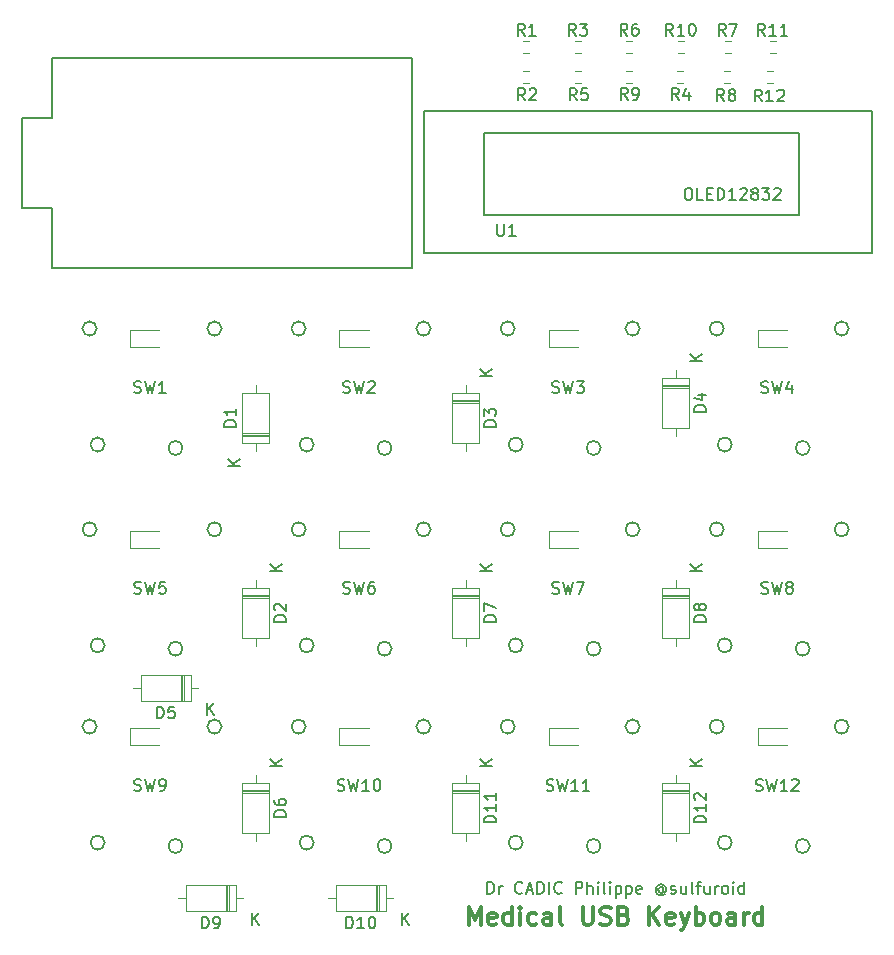
<source format=gbr>
%TF.GenerationSoftware,KiCad,Pcbnew,(5.1.10)-1*%
%TF.CreationDate,2021-07-14T17:28:46+02:00*%
%TF.ProjectId,kailh-keys,6b61696c-682d-46b6-9579-732e6b696361,rev?*%
%TF.SameCoordinates,Original*%
%TF.FileFunction,Legend,Top*%
%TF.FilePolarity,Positive*%
%FSLAX46Y46*%
G04 Gerber Fmt 4.6, Leading zero omitted, Abs format (unit mm)*
G04 Created by KiCad (PCBNEW (5.1.10)-1) date 2021-07-14 17:28:46*
%MOMM*%
%LPD*%
G01*
G04 APERTURE LIST*
%ADD10C,0.300000*%
%ADD11C,0.150000*%
%ADD12C,0.200000*%
%ADD13C,0.120000*%
G04 APERTURE END LIST*
D10*
X202836428Y-113378371D02*
X202836428Y-111878371D01*
X203336428Y-112949800D01*
X203836428Y-111878371D01*
X203836428Y-113378371D01*
X205122142Y-113306942D02*
X204979285Y-113378371D01*
X204693571Y-113378371D01*
X204550714Y-113306942D01*
X204479285Y-113164085D01*
X204479285Y-112592657D01*
X204550714Y-112449800D01*
X204693571Y-112378371D01*
X204979285Y-112378371D01*
X205122142Y-112449800D01*
X205193571Y-112592657D01*
X205193571Y-112735514D01*
X204479285Y-112878371D01*
X206479285Y-113378371D02*
X206479285Y-111878371D01*
X206479285Y-113306942D02*
X206336428Y-113378371D01*
X206050714Y-113378371D01*
X205907857Y-113306942D01*
X205836428Y-113235514D01*
X205765000Y-113092657D01*
X205765000Y-112664085D01*
X205836428Y-112521228D01*
X205907857Y-112449800D01*
X206050714Y-112378371D01*
X206336428Y-112378371D01*
X206479285Y-112449800D01*
X207193571Y-113378371D02*
X207193571Y-112378371D01*
X207193571Y-111878371D02*
X207122142Y-111949800D01*
X207193571Y-112021228D01*
X207265000Y-111949800D01*
X207193571Y-111878371D01*
X207193571Y-112021228D01*
X208550714Y-113306942D02*
X208407857Y-113378371D01*
X208122142Y-113378371D01*
X207979285Y-113306942D01*
X207907857Y-113235514D01*
X207836428Y-113092657D01*
X207836428Y-112664085D01*
X207907857Y-112521228D01*
X207979285Y-112449800D01*
X208122142Y-112378371D01*
X208407857Y-112378371D01*
X208550714Y-112449800D01*
X209836428Y-113378371D02*
X209836428Y-112592657D01*
X209765000Y-112449800D01*
X209622142Y-112378371D01*
X209336428Y-112378371D01*
X209193571Y-112449800D01*
X209836428Y-113306942D02*
X209693571Y-113378371D01*
X209336428Y-113378371D01*
X209193571Y-113306942D01*
X209122142Y-113164085D01*
X209122142Y-113021228D01*
X209193571Y-112878371D01*
X209336428Y-112806942D01*
X209693571Y-112806942D01*
X209836428Y-112735514D01*
X210765000Y-113378371D02*
X210622142Y-113306942D01*
X210550714Y-113164085D01*
X210550714Y-111878371D01*
X212479285Y-111878371D02*
X212479285Y-113092657D01*
X212550714Y-113235514D01*
X212622142Y-113306942D01*
X212765000Y-113378371D01*
X213050714Y-113378371D01*
X213193571Y-113306942D01*
X213265000Y-113235514D01*
X213336428Y-113092657D01*
X213336428Y-111878371D01*
X213979285Y-113306942D02*
X214193571Y-113378371D01*
X214550714Y-113378371D01*
X214693571Y-113306942D01*
X214765000Y-113235514D01*
X214836428Y-113092657D01*
X214836428Y-112949800D01*
X214765000Y-112806942D01*
X214693571Y-112735514D01*
X214550714Y-112664085D01*
X214265000Y-112592657D01*
X214122142Y-112521228D01*
X214050714Y-112449800D01*
X213979285Y-112306942D01*
X213979285Y-112164085D01*
X214050714Y-112021228D01*
X214122142Y-111949800D01*
X214265000Y-111878371D01*
X214622142Y-111878371D01*
X214836428Y-111949800D01*
X215979285Y-112592657D02*
X216193571Y-112664085D01*
X216265000Y-112735514D01*
X216336428Y-112878371D01*
X216336428Y-113092657D01*
X216265000Y-113235514D01*
X216193571Y-113306942D01*
X216050714Y-113378371D01*
X215479285Y-113378371D01*
X215479285Y-111878371D01*
X215979285Y-111878371D01*
X216122142Y-111949800D01*
X216193571Y-112021228D01*
X216265000Y-112164085D01*
X216265000Y-112306942D01*
X216193571Y-112449800D01*
X216122142Y-112521228D01*
X215979285Y-112592657D01*
X215479285Y-112592657D01*
X218122142Y-113378371D02*
X218122142Y-111878371D01*
X218979285Y-113378371D02*
X218336428Y-112521228D01*
X218979285Y-111878371D02*
X218122142Y-112735514D01*
X220193571Y-113306942D02*
X220050714Y-113378371D01*
X219765000Y-113378371D01*
X219622142Y-113306942D01*
X219550714Y-113164085D01*
X219550714Y-112592657D01*
X219622142Y-112449800D01*
X219765000Y-112378371D01*
X220050714Y-112378371D01*
X220193571Y-112449800D01*
X220265000Y-112592657D01*
X220265000Y-112735514D01*
X219550714Y-112878371D01*
X220765000Y-112378371D02*
X221122142Y-113378371D01*
X221479285Y-112378371D02*
X221122142Y-113378371D01*
X220979285Y-113735514D01*
X220907857Y-113806942D01*
X220765000Y-113878371D01*
X222050714Y-113378371D02*
X222050714Y-111878371D01*
X222050714Y-112449800D02*
X222193571Y-112378371D01*
X222479285Y-112378371D01*
X222622142Y-112449800D01*
X222693571Y-112521228D01*
X222765000Y-112664085D01*
X222765000Y-113092657D01*
X222693571Y-113235514D01*
X222622142Y-113306942D01*
X222479285Y-113378371D01*
X222193571Y-113378371D01*
X222050714Y-113306942D01*
X223622142Y-113378371D02*
X223479285Y-113306942D01*
X223407857Y-113235514D01*
X223336428Y-113092657D01*
X223336428Y-112664085D01*
X223407857Y-112521228D01*
X223479285Y-112449800D01*
X223622142Y-112378371D01*
X223836428Y-112378371D01*
X223979285Y-112449800D01*
X224050714Y-112521228D01*
X224122142Y-112664085D01*
X224122142Y-113092657D01*
X224050714Y-113235514D01*
X223979285Y-113306942D01*
X223836428Y-113378371D01*
X223622142Y-113378371D01*
X225407857Y-113378371D02*
X225407857Y-112592657D01*
X225336428Y-112449800D01*
X225193571Y-112378371D01*
X224907857Y-112378371D01*
X224765000Y-112449800D01*
X225407857Y-113306942D02*
X225265000Y-113378371D01*
X224907857Y-113378371D01*
X224765000Y-113306942D01*
X224693571Y-113164085D01*
X224693571Y-113021228D01*
X224765000Y-112878371D01*
X224907857Y-112806942D01*
X225265000Y-112806942D01*
X225407857Y-112735514D01*
X226122142Y-113378371D02*
X226122142Y-112378371D01*
X226122142Y-112664085D02*
X226193571Y-112521228D01*
X226265000Y-112449800D01*
X226407857Y-112378371D01*
X226550714Y-112378371D01*
X227693571Y-113378371D02*
X227693571Y-111878371D01*
X227693571Y-113306942D02*
X227550714Y-113378371D01*
X227265000Y-113378371D01*
X227122142Y-113306942D01*
X227050714Y-113235514D01*
X226979285Y-113092657D01*
X226979285Y-112664085D01*
X227050714Y-112521228D01*
X227122142Y-112449800D01*
X227265000Y-112378371D01*
X227550714Y-112378371D01*
X227693571Y-112449800D01*
D11*
X204407857Y-110764580D02*
X204407857Y-109764580D01*
X204645952Y-109764580D01*
X204788809Y-109812200D01*
X204884047Y-109907438D01*
X204931666Y-110002676D01*
X204979285Y-110193152D01*
X204979285Y-110336009D01*
X204931666Y-110526485D01*
X204884047Y-110621723D01*
X204788809Y-110716961D01*
X204645952Y-110764580D01*
X204407857Y-110764580D01*
X205407857Y-110764580D02*
X205407857Y-110097914D01*
X205407857Y-110288390D02*
X205455476Y-110193152D01*
X205503095Y-110145533D01*
X205598333Y-110097914D01*
X205693571Y-110097914D01*
X207360238Y-110669342D02*
X207312619Y-110716961D01*
X207169761Y-110764580D01*
X207074523Y-110764580D01*
X206931666Y-110716961D01*
X206836428Y-110621723D01*
X206788809Y-110526485D01*
X206741190Y-110336009D01*
X206741190Y-110193152D01*
X206788809Y-110002676D01*
X206836428Y-109907438D01*
X206931666Y-109812200D01*
X207074523Y-109764580D01*
X207169761Y-109764580D01*
X207312619Y-109812200D01*
X207360238Y-109859819D01*
X207741190Y-110478866D02*
X208217380Y-110478866D01*
X207645952Y-110764580D02*
X207979285Y-109764580D01*
X208312619Y-110764580D01*
X208645952Y-110764580D02*
X208645952Y-109764580D01*
X208884047Y-109764580D01*
X209026904Y-109812200D01*
X209122142Y-109907438D01*
X209169761Y-110002676D01*
X209217380Y-110193152D01*
X209217380Y-110336009D01*
X209169761Y-110526485D01*
X209122142Y-110621723D01*
X209026904Y-110716961D01*
X208884047Y-110764580D01*
X208645952Y-110764580D01*
X209645952Y-110764580D02*
X209645952Y-109764580D01*
X210693571Y-110669342D02*
X210645952Y-110716961D01*
X210503095Y-110764580D01*
X210407857Y-110764580D01*
X210265000Y-110716961D01*
X210169761Y-110621723D01*
X210122142Y-110526485D01*
X210074523Y-110336009D01*
X210074523Y-110193152D01*
X210122142Y-110002676D01*
X210169761Y-109907438D01*
X210265000Y-109812200D01*
X210407857Y-109764580D01*
X210503095Y-109764580D01*
X210645952Y-109812200D01*
X210693571Y-109859819D01*
X211884047Y-110764580D02*
X211884047Y-109764580D01*
X212265000Y-109764580D01*
X212360238Y-109812200D01*
X212407857Y-109859819D01*
X212455476Y-109955057D01*
X212455476Y-110097914D01*
X212407857Y-110193152D01*
X212360238Y-110240771D01*
X212265000Y-110288390D01*
X211884047Y-110288390D01*
X212884047Y-110764580D02*
X212884047Y-109764580D01*
X213312619Y-110764580D02*
X213312619Y-110240771D01*
X213265000Y-110145533D01*
X213169761Y-110097914D01*
X213026904Y-110097914D01*
X212931666Y-110145533D01*
X212884047Y-110193152D01*
X213788809Y-110764580D02*
X213788809Y-110097914D01*
X213788809Y-109764580D02*
X213741190Y-109812200D01*
X213788809Y-109859819D01*
X213836428Y-109812200D01*
X213788809Y-109764580D01*
X213788809Y-109859819D01*
X214407857Y-110764580D02*
X214312619Y-110716961D01*
X214265000Y-110621723D01*
X214265000Y-109764580D01*
X214788809Y-110764580D02*
X214788809Y-110097914D01*
X214788809Y-109764580D02*
X214741190Y-109812200D01*
X214788809Y-109859819D01*
X214836428Y-109812200D01*
X214788809Y-109764580D01*
X214788809Y-109859819D01*
X215265000Y-110097914D02*
X215265000Y-111097914D01*
X215265000Y-110145533D02*
X215360238Y-110097914D01*
X215550714Y-110097914D01*
X215645952Y-110145533D01*
X215693571Y-110193152D01*
X215741190Y-110288390D01*
X215741190Y-110574104D01*
X215693571Y-110669342D01*
X215645952Y-110716961D01*
X215550714Y-110764580D01*
X215360238Y-110764580D01*
X215265000Y-110716961D01*
X216169761Y-110097914D02*
X216169761Y-111097914D01*
X216169761Y-110145533D02*
X216265000Y-110097914D01*
X216455476Y-110097914D01*
X216550714Y-110145533D01*
X216598333Y-110193152D01*
X216645952Y-110288390D01*
X216645952Y-110574104D01*
X216598333Y-110669342D01*
X216550714Y-110716961D01*
X216455476Y-110764580D01*
X216265000Y-110764580D01*
X216169761Y-110716961D01*
X217455476Y-110716961D02*
X217360238Y-110764580D01*
X217169761Y-110764580D01*
X217074523Y-110716961D01*
X217026904Y-110621723D01*
X217026904Y-110240771D01*
X217074523Y-110145533D01*
X217169761Y-110097914D01*
X217360238Y-110097914D01*
X217455476Y-110145533D01*
X217503095Y-110240771D01*
X217503095Y-110336009D01*
X217026904Y-110431247D01*
X219312619Y-110288390D02*
X219265000Y-110240771D01*
X219169761Y-110193152D01*
X219074523Y-110193152D01*
X218979285Y-110240771D01*
X218931666Y-110288390D01*
X218884047Y-110383628D01*
X218884047Y-110478866D01*
X218931666Y-110574104D01*
X218979285Y-110621723D01*
X219074523Y-110669342D01*
X219169761Y-110669342D01*
X219265000Y-110621723D01*
X219312619Y-110574104D01*
X219312619Y-110193152D02*
X219312619Y-110574104D01*
X219360238Y-110621723D01*
X219407857Y-110621723D01*
X219503095Y-110574104D01*
X219550714Y-110478866D01*
X219550714Y-110240771D01*
X219455476Y-110097914D01*
X219312619Y-110002676D01*
X219122142Y-109955057D01*
X218931666Y-110002676D01*
X218788809Y-110097914D01*
X218693571Y-110240771D01*
X218645952Y-110431247D01*
X218693571Y-110621723D01*
X218788809Y-110764580D01*
X218931666Y-110859819D01*
X219122142Y-110907438D01*
X219312619Y-110859819D01*
X219455476Y-110764580D01*
X219931666Y-110716961D02*
X220026904Y-110764580D01*
X220217380Y-110764580D01*
X220312619Y-110716961D01*
X220360238Y-110621723D01*
X220360238Y-110574104D01*
X220312619Y-110478866D01*
X220217380Y-110431247D01*
X220074523Y-110431247D01*
X219979285Y-110383628D01*
X219931666Y-110288390D01*
X219931666Y-110240771D01*
X219979285Y-110145533D01*
X220074523Y-110097914D01*
X220217380Y-110097914D01*
X220312619Y-110145533D01*
X221217380Y-110097914D02*
X221217380Y-110764580D01*
X220788809Y-110097914D02*
X220788809Y-110621723D01*
X220836428Y-110716961D01*
X220931666Y-110764580D01*
X221074523Y-110764580D01*
X221169761Y-110716961D01*
X221217380Y-110669342D01*
X221836428Y-110764580D02*
X221741190Y-110716961D01*
X221693571Y-110621723D01*
X221693571Y-109764580D01*
X222074523Y-110097914D02*
X222455476Y-110097914D01*
X222217380Y-110764580D02*
X222217380Y-109907438D01*
X222265000Y-109812200D01*
X222360238Y-109764580D01*
X222455476Y-109764580D01*
X223217380Y-110097914D02*
X223217380Y-110764580D01*
X222788809Y-110097914D02*
X222788809Y-110621723D01*
X222836428Y-110716961D01*
X222931666Y-110764580D01*
X223074523Y-110764580D01*
X223169761Y-110716961D01*
X223217380Y-110669342D01*
X223693571Y-110764580D02*
X223693571Y-110097914D01*
X223693571Y-110288390D02*
X223741190Y-110193152D01*
X223788809Y-110145533D01*
X223884047Y-110097914D01*
X223979285Y-110097914D01*
X224455476Y-110764580D02*
X224360238Y-110716961D01*
X224312619Y-110669342D01*
X224265000Y-110574104D01*
X224265000Y-110288390D01*
X224312619Y-110193152D01*
X224360238Y-110145533D01*
X224455476Y-110097914D01*
X224598333Y-110097914D01*
X224693571Y-110145533D01*
X224741190Y-110193152D01*
X224788809Y-110288390D01*
X224788809Y-110574104D01*
X224741190Y-110669342D01*
X224693571Y-110716961D01*
X224598333Y-110764580D01*
X224455476Y-110764580D01*
X225217380Y-110764580D02*
X225217380Y-110097914D01*
X225217380Y-109764580D02*
X225169761Y-109812200D01*
X225217380Y-109859819D01*
X225265000Y-109812200D01*
X225217380Y-109764580D01*
X225217380Y-109859819D01*
X226122142Y-110764580D02*
X226122142Y-109764580D01*
X226122142Y-110716961D02*
X226026904Y-110764580D01*
X225836428Y-110764580D01*
X225741190Y-110716961D01*
X225693571Y-110669342D01*
X225645952Y-110574104D01*
X225645952Y-110288390D01*
X225693571Y-110193152D01*
X225741190Y-110145533D01*
X225836428Y-110097914D01*
X226026904Y-110097914D01*
X226122142Y-110145533D01*
D12*
%TO.C,SW1*%
X171326418Y-62912600D02*
G75*
G03*
X171326418Y-62912600I-600000J0D01*
G01*
X181901664Y-62912600D02*
G75*
G03*
X181901664Y-62912600I-600000J0D01*
G01*
X178602764Y-73020115D02*
G75*
G03*
X178602764Y-73020115I-600000J0D01*
G01*
X172007590Y-72735344D02*
G75*
G03*
X172007590Y-72735344I-600000J0D01*
G01*
D13*
X174185000Y-64492400D02*
X176645000Y-64492400D01*
X176645000Y-63022400D02*
X174185000Y-63022400D01*
X174185000Y-63022400D02*
X174185000Y-64492400D01*
D12*
%TO.C,SW2*%
X189026418Y-62912600D02*
G75*
G03*
X189026418Y-62912600I-600000J0D01*
G01*
X199601664Y-62912600D02*
G75*
G03*
X199601664Y-62912600I-600000J0D01*
G01*
X196302764Y-73020115D02*
G75*
G03*
X196302764Y-73020115I-600000J0D01*
G01*
X189707590Y-72735344D02*
G75*
G03*
X189707590Y-72735344I-600000J0D01*
G01*
D13*
X191885000Y-64492400D02*
X194345000Y-64492400D01*
X194345000Y-63022400D02*
X191885000Y-63022400D01*
X191885000Y-63022400D02*
X191885000Y-64492400D01*
D12*
%TO.C,SW3*%
X206726418Y-62912600D02*
G75*
G03*
X206726418Y-62912600I-600000J0D01*
G01*
X217301664Y-62912600D02*
G75*
G03*
X217301664Y-62912600I-600000J0D01*
G01*
X214002764Y-73020115D02*
G75*
G03*
X214002764Y-73020115I-600000J0D01*
G01*
X207407590Y-72735344D02*
G75*
G03*
X207407590Y-72735344I-600000J0D01*
G01*
D13*
X209585000Y-64492400D02*
X212045000Y-64492400D01*
X212045000Y-63022400D02*
X209585000Y-63022400D01*
X209585000Y-63022400D02*
X209585000Y-64492400D01*
D12*
%TO.C,SW4*%
X224426418Y-62912600D02*
G75*
G03*
X224426418Y-62912600I-600000J0D01*
G01*
X235001664Y-62912600D02*
G75*
G03*
X235001664Y-62912600I-600000J0D01*
G01*
X231702764Y-73020115D02*
G75*
G03*
X231702764Y-73020115I-600000J0D01*
G01*
X225107590Y-72735344D02*
G75*
G03*
X225107590Y-72735344I-600000J0D01*
G01*
D13*
X227285000Y-64492400D02*
X229745000Y-64492400D01*
X229745000Y-63022400D02*
X227285000Y-63022400D01*
X227285000Y-63022400D02*
X227285000Y-64492400D01*
D12*
%TO.C,SW5*%
X171326418Y-79912600D02*
G75*
G03*
X171326418Y-79912600I-600000J0D01*
G01*
X181901664Y-79912600D02*
G75*
G03*
X181901664Y-79912600I-600000J0D01*
G01*
X178602764Y-90020115D02*
G75*
G03*
X178602764Y-90020115I-600000J0D01*
G01*
X172007590Y-89735344D02*
G75*
G03*
X172007590Y-89735344I-600000J0D01*
G01*
D13*
X174185000Y-81492400D02*
X176645000Y-81492400D01*
X176645000Y-80022400D02*
X174185000Y-80022400D01*
X174185000Y-80022400D02*
X174185000Y-81492400D01*
D12*
%TO.C,SW6*%
X189026418Y-79912600D02*
G75*
G03*
X189026418Y-79912600I-600000J0D01*
G01*
X199601664Y-79912600D02*
G75*
G03*
X199601664Y-79912600I-600000J0D01*
G01*
X196302764Y-90020115D02*
G75*
G03*
X196302764Y-90020115I-600000J0D01*
G01*
X189707590Y-89735344D02*
G75*
G03*
X189707590Y-89735344I-600000J0D01*
G01*
D13*
X191885000Y-81492400D02*
X194345000Y-81492400D01*
X194345000Y-80022400D02*
X191885000Y-80022400D01*
X191885000Y-80022400D02*
X191885000Y-81492400D01*
D12*
%TO.C,SW7*%
X206726418Y-79912600D02*
G75*
G03*
X206726418Y-79912600I-600000J0D01*
G01*
X217301664Y-79912600D02*
G75*
G03*
X217301664Y-79912600I-600000J0D01*
G01*
X214002764Y-90020115D02*
G75*
G03*
X214002764Y-90020115I-600000J0D01*
G01*
X207407590Y-89735344D02*
G75*
G03*
X207407590Y-89735344I-600000J0D01*
G01*
D13*
X209585000Y-81492400D02*
X212045000Y-81492400D01*
X212045000Y-80022400D02*
X209585000Y-80022400D01*
X209585000Y-80022400D02*
X209585000Y-81492400D01*
D12*
%TO.C,SW8*%
X224426418Y-79912600D02*
G75*
G03*
X224426418Y-79912600I-600000J0D01*
G01*
X235001664Y-79912600D02*
G75*
G03*
X235001664Y-79912600I-600000J0D01*
G01*
X231702764Y-90020115D02*
G75*
G03*
X231702764Y-90020115I-600000J0D01*
G01*
X225107590Y-89735344D02*
G75*
G03*
X225107590Y-89735344I-600000J0D01*
G01*
D13*
X227285000Y-81492400D02*
X229745000Y-81492400D01*
X229745000Y-80022400D02*
X227285000Y-80022400D01*
X227285000Y-80022400D02*
X227285000Y-81492400D01*
D12*
%TO.C,SW9*%
X171326418Y-96612600D02*
G75*
G03*
X171326418Y-96612600I-600000J0D01*
G01*
X181901664Y-96612600D02*
G75*
G03*
X181901664Y-96612600I-600000J0D01*
G01*
X178602764Y-106720115D02*
G75*
G03*
X178602764Y-106720115I-600000J0D01*
G01*
X172007590Y-106435344D02*
G75*
G03*
X172007590Y-106435344I-600000J0D01*
G01*
D13*
X174185000Y-98192400D02*
X176645000Y-98192400D01*
X176645000Y-96722400D02*
X174185000Y-96722400D01*
X174185000Y-96722400D02*
X174185000Y-98192400D01*
D12*
%TO.C,SW10*%
X189026418Y-96612600D02*
G75*
G03*
X189026418Y-96612600I-600000J0D01*
G01*
X199601664Y-96612600D02*
G75*
G03*
X199601664Y-96612600I-600000J0D01*
G01*
X196302764Y-106720115D02*
G75*
G03*
X196302764Y-106720115I-600000J0D01*
G01*
X189707590Y-106435344D02*
G75*
G03*
X189707590Y-106435344I-600000J0D01*
G01*
D13*
X191885000Y-98192400D02*
X194345000Y-98192400D01*
X194345000Y-96722400D02*
X191885000Y-96722400D01*
X191885000Y-96722400D02*
X191885000Y-98192400D01*
D12*
%TO.C,SW11*%
X206726418Y-96612600D02*
G75*
G03*
X206726418Y-96612600I-600000J0D01*
G01*
X217301664Y-96612600D02*
G75*
G03*
X217301664Y-96612600I-600000J0D01*
G01*
X214002764Y-106720115D02*
G75*
G03*
X214002764Y-106720115I-600000J0D01*
G01*
X207407590Y-106435344D02*
G75*
G03*
X207407590Y-106435344I-600000J0D01*
G01*
D13*
X209585000Y-98192400D02*
X212045000Y-98192400D01*
X212045000Y-96722400D02*
X209585000Y-96722400D01*
X209585000Y-96722400D02*
X209585000Y-98192400D01*
D12*
%TO.C,SW12*%
X224426418Y-96612600D02*
G75*
G03*
X224426418Y-96612600I-600000J0D01*
G01*
X235001664Y-96612600D02*
G75*
G03*
X235001664Y-96612600I-600000J0D01*
G01*
X231702764Y-106720115D02*
G75*
G03*
X231702764Y-106720115I-600000J0D01*
G01*
X225107590Y-106435344D02*
G75*
G03*
X225107590Y-106435344I-600000J0D01*
G01*
D13*
X227285000Y-98192400D02*
X229745000Y-98192400D01*
X229745000Y-96722400D02*
X227285000Y-96722400D01*
X227285000Y-96722400D02*
X227285000Y-98192400D01*
%TO.C,D1*%
X183665000Y-72605000D02*
X185905000Y-72605000D01*
X185905000Y-72605000D02*
X185905000Y-68365000D01*
X185905000Y-68365000D02*
X183665000Y-68365000D01*
X183665000Y-68365000D02*
X183665000Y-72605000D01*
X184785000Y-73255000D02*
X184785000Y-72605000D01*
X184785000Y-67715000D02*
X184785000Y-68365000D01*
X183665000Y-71885000D02*
X185905000Y-71885000D01*
X183665000Y-71765000D02*
X185905000Y-71765000D01*
X183665000Y-72005000D02*
X185905000Y-72005000D01*
%TO.C,D2*%
X185905000Y-84875000D02*
X183665000Y-84875000D01*
X183665000Y-84875000D02*
X183665000Y-89115000D01*
X183665000Y-89115000D02*
X185905000Y-89115000D01*
X185905000Y-89115000D02*
X185905000Y-84875000D01*
X184785000Y-84225000D02*
X184785000Y-84875000D01*
X184785000Y-89765000D02*
X184785000Y-89115000D01*
X185905000Y-85595000D02*
X183665000Y-85595000D01*
X185905000Y-85715000D02*
X183665000Y-85715000D01*
X185905000Y-85475000D02*
X183665000Y-85475000D01*
%TO.C,D3*%
X203685000Y-68965000D02*
X201445000Y-68965000D01*
X203685000Y-69205000D02*
X201445000Y-69205000D01*
X203685000Y-69085000D02*
X201445000Y-69085000D01*
X202565000Y-73255000D02*
X202565000Y-72605000D01*
X202565000Y-67715000D02*
X202565000Y-68365000D01*
X203685000Y-72605000D02*
X203685000Y-68365000D01*
X201445000Y-72605000D02*
X203685000Y-72605000D01*
X201445000Y-68365000D02*
X201445000Y-72605000D01*
X203685000Y-68365000D02*
X201445000Y-68365000D01*
%TO.C,D4*%
X221465000Y-67695000D02*
X219225000Y-67695000D01*
X221465000Y-67935000D02*
X219225000Y-67935000D01*
X221465000Y-67815000D02*
X219225000Y-67815000D01*
X220345000Y-71985000D02*
X220345000Y-71335000D01*
X220345000Y-66445000D02*
X220345000Y-67095000D01*
X221465000Y-71335000D02*
X221465000Y-67095000D01*
X219225000Y-71335000D02*
X221465000Y-71335000D01*
X219225000Y-67095000D02*
X219225000Y-71335000D01*
X221465000Y-67095000D02*
X219225000Y-67095000D01*
%TO.C,D5*%
X178685000Y-94465000D02*
X178685000Y-92225000D01*
X178445000Y-94465000D02*
X178445000Y-92225000D01*
X178565000Y-94465000D02*
X178565000Y-92225000D01*
X174395000Y-93345000D02*
X175045000Y-93345000D01*
X179935000Y-93345000D02*
X179285000Y-93345000D01*
X175045000Y-94465000D02*
X179285000Y-94465000D01*
X175045000Y-92225000D02*
X175045000Y-94465000D01*
X179285000Y-92225000D02*
X175045000Y-92225000D01*
X179285000Y-94465000D02*
X179285000Y-92225000D01*
%TO.C,D6*%
X185905000Y-101385000D02*
X183665000Y-101385000D01*
X183665000Y-101385000D02*
X183665000Y-105625000D01*
X183665000Y-105625000D02*
X185905000Y-105625000D01*
X185905000Y-105625000D02*
X185905000Y-101385000D01*
X184785000Y-100735000D02*
X184785000Y-101385000D01*
X184785000Y-106275000D02*
X184785000Y-105625000D01*
X185905000Y-102105000D02*
X183665000Y-102105000D01*
X185905000Y-102225000D02*
X183665000Y-102225000D01*
X185905000Y-101985000D02*
X183665000Y-101985000D01*
%TO.C,D7*%
X203685000Y-84875000D02*
X201445000Y-84875000D01*
X201445000Y-84875000D02*
X201445000Y-89115000D01*
X201445000Y-89115000D02*
X203685000Y-89115000D01*
X203685000Y-89115000D02*
X203685000Y-84875000D01*
X202565000Y-84225000D02*
X202565000Y-84875000D01*
X202565000Y-89765000D02*
X202565000Y-89115000D01*
X203685000Y-85595000D02*
X201445000Y-85595000D01*
X203685000Y-85715000D02*
X201445000Y-85715000D01*
X203685000Y-85475000D02*
X201445000Y-85475000D01*
%TO.C,D8*%
X221465000Y-85475000D02*
X219225000Y-85475000D01*
X221465000Y-85715000D02*
X219225000Y-85715000D01*
X221465000Y-85595000D02*
X219225000Y-85595000D01*
X220345000Y-89765000D02*
X220345000Y-89115000D01*
X220345000Y-84225000D02*
X220345000Y-84875000D01*
X221465000Y-89115000D02*
X221465000Y-84875000D01*
X219225000Y-89115000D02*
X221465000Y-89115000D01*
X219225000Y-84875000D02*
X219225000Y-89115000D01*
X221465000Y-84875000D02*
X219225000Y-84875000D01*
%TO.C,D9*%
X183095000Y-112245000D02*
X183095000Y-110005000D01*
X183095000Y-110005000D02*
X178855000Y-110005000D01*
X178855000Y-110005000D02*
X178855000Y-112245000D01*
X178855000Y-112245000D02*
X183095000Y-112245000D01*
X183745000Y-111125000D02*
X183095000Y-111125000D01*
X178205000Y-111125000D02*
X178855000Y-111125000D01*
X182375000Y-112245000D02*
X182375000Y-110005000D01*
X182255000Y-112245000D02*
X182255000Y-110005000D01*
X182495000Y-112245000D02*
X182495000Y-110005000D01*
%TO.C,D10*%
X195195000Y-112245000D02*
X195195000Y-110005000D01*
X194955000Y-112245000D02*
X194955000Y-110005000D01*
X195075000Y-112245000D02*
X195075000Y-110005000D01*
X190905000Y-111125000D02*
X191555000Y-111125000D01*
X196445000Y-111125000D02*
X195795000Y-111125000D01*
X191555000Y-112245000D02*
X195795000Y-112245000D01*
X191555000Y-110005000D02*
X191555000Y-112245000D01*
X195795000Y-110005000D02*
X191555000Y-110005000D01*
X195795000Y-112245000D02*
X195795000Y-110005000D01*
%TO.C,D11*%
X203685000Y-101985000D02*
X201445000Y-101985000D01*
X203685000Y-102225000D02*
X201445000Y-102225000D01*
X203685000Y-102105000D02*
X201445000Y-102105000D01*
X202565000Y-106275000D02*
X202565000Y-105625000D01*
X202565000Y-100735000D02*
X202565000Y-101385000D01*
X203685000Y-105625000D02*
X203685000Y-101385000D01*
X201445000Y-105625000D02*
X203685000Y-105625000D01*
X201445000Y-101385000D02*
X201445000Y-105625000D01*
X203685000Y-101385000D02*
X201445000Y-101385000D01*
%TO.C,D12*%
X221465000Y-101385000D02*
X219225000Y-101385000D01*
X219225000Y-101385000D02*
X219225000Y-105625000D01*
X219225000Y-105625000D02*
X221465000Y-105625000D01*
X221465000Y-105625000D02*
X221465000Y-101385000D01*
X220345000Y-100735000D02*
X220345000Y-101385000D01*
X220345000Y-106275000D02*
X220345000Y-105625000D01*
X221465000Y-102105000D02*
X219225000Y-102105000D01*
X221465000Y-102225000D02*
X219225000Y-102225000D01*
X221465000Y-101985000D02*
X219225000Y-101985000D01*
D11*
%TO.C,U1*%
X199009000Y-44515000D02*
X199009000Y-56515000D01*
X237009000Y-44515000D02*
X199009000Y-44515000D01*
X237009000Y-56515000D02*
X237009000Y-44515000D01*
X199009000Y-56515000D02*
X237009000Y-56515000D01*
X204089000Y-53340000D02*
X204089000Y-46355000D01*
X230759000Y-53340000D02*
X204089000Y-53340000D01*
X230759000Y-46355000D02*
X230759000Y-53340000D01*
X204089000Y-46355000D02*
X230759000Y-46355000D01*
%TO.C,U2*%
X198044000Y-40005000D02*
X198044000Y-57785000D01*
X167564000Y-40005000D02*
X198044000Y-40005000D01*
X167564000Y-45085000D02*
X167564000Y-40005000D01*
X165024000Y-45085000D02*
X167564000Y-45085000D01*
X165024000Y-52705000D02*
X165024000Y-45085000D01*
X167564000Y-52705000D02*
X165024000Y-52705000D01*
X167564000Y-57785000D02*
X167564000Y-52705000D01*
X167564000Y-57785000D02*
X198044000Y-57785000D01*
D13*
%TO.C,R1*%
X207465276Y-39606100D02*
X207974724Y-39606100D01*
X207465276Y-38561100D02*
X207974724Y-38561100D01*
%TO.C,R2*%
X207465276Y-42116100D02*
X207974724Y-42116100D01*
X207465276Y-41071100D02*
X207974724Y-41071100D01*
%TO.C,R3*%
X211815276Y-38561100D02*
X212324724Y-38561100D01*
X211815276Y-39606100D02*
X212324724Y-39606100D01*
%TO.C,R4*%
X220471276Y-41108100D02*
X220980724Y-41108100D01*
X220471276Y-42153100D02*
X220980724Y-42153100D01*
%TO.C,R5*%
X211815276Y-42116100D02*
X212324724Y-42116100D01*
X211815276Y-41071100D02*
X212324724Y-41071100D01*
%TO.C,R6*%
X216165276Y-38561100D02*
X216674724Y-38561100D01*
X216165276Y-39606100D02*
X216674724Y-39606100D01*
%TO.C,R7*%
X224486276Y-39613100D02*
X224995724Y-39613100D01*
X224486276Y-38568100D02*
X224995724Y-38568100D01*
%TO.C,R8*%
X224406276Y-41108100D02*
X224915724Y-41108100D01*
X224406276Y-42153100D02*
X224915724Y-42153100D01*
%TO.C,R9*%
X216165276Y-41071100D02*
X216674724Y-41071100D01*
X216165276Y-42116100D02*
X216674724Y-42116100D01*
%TO.C,R10*%
X220515276Y-39606100D02*
X221024724Y-39606100D01*
X220515276Y-38561100D02*
X221024724Y-38561100D01*
%TO.C,R11*%
X228296276Y-38568100D02*
X228805724Y-38568100D01*
X228296276Y-39613100D02*
X228805724Y-39613100D01*
%TO.C,R12*%
X228118276Y-42153100D02*
X228627724Y-42153100D01*
X228118276Y-41108100D02*
X228627724Y-41108100D01*
%TO.C,SW1*%
D11*
X174511666Y-68319761D02*
X174654523Y-68367380D01*
X174892619Y-68367380D01*
X174987857Y-68319761D01*
X175035476Y-68272142D01*
X175083095Y-68176904D01*
X175083095Y-68081666D01*
X175035476Y-67986428D01*
X174987857Y-67938809D01*
X174892619Y-67891190D01*
X174702142Y-67843571D01*
X174606904Y-67795952D01*
X174559285Y-67748333D01*
X174511666Y-67653095D01*
X174511666Y-67557857D01*
X174559285Y-67462619D01*
X174606904Y-67415000D01*
X174702142Y-67367380D01*
X174940238Y-67367380D01*
X175083095Y-67415000D01*
X175416428Y-67367380D02*
X175654523Y-68367380D01*
X175845000Y-67653095D01*
X176035476Y-68367380D01*
X176273571Y-67367380D01*
X177178333Y-68367380D02*
X176606904Y-68367380D01*
X176892619Y-68367380D02*
X176892619Y-67367380D01*
X176797380Y-67510238D01*
X176702142Y-67605476D01*
X176606904Y-67653095D01*
%TO.C,SW2*%
X192211666Y-68319761D02*
X192354523Y-68367380D01*
X192592619Y-68367380D01*
X192687857Y-68319761D01*
X192735476Y-68272142D01*
X192783095Y-68176904D01*
X192783095Y-68081666D01*
X192735476Y-67986428D01*
X192687857Y-67938809D01*
X192592619Y-67891190D01*
X192402142Y-67843571D01*
X192306904Y-67795952D01*
X192259285Y-67748333D01*
X192211666Y-67653095D01*
X192211666Y-67557857D01*
X192259285Y-67462619D01*
X192306904Y-67415000D01*
X192402142Y-67367380D01*
X192640238Y-67367380D01*
X192783095Y-67415000D01*
X193116428Y-67367380D02*
X193354523Y-68367380D01*
X193545000Y-67653095D01*
X193735476Y-68367380D01*
X193973571Y-67367380D01*
X194306904Y-67462619D02*
X194354523Y-67415000D01*
X194449761Y-67367380D01*
X194687857Y-67367380D01*
X194783095Y-67415000D01*
X194830714Y-67462619D01*
X194878333Y-67557857D01*
X194878333Y-67653095D01*
X194830714Y-67795952D01*
X194259285Y-68367380D01*
X194878333Y-68367380D01*
%TO.C,SW3*%
X209911666Y-68319761D02*
X210054523Y-68367380D01*
X210292619Y-68367380D01*
X210387857Y-68319761D01*
X210435476Y-68272142D01*
X210483095Y-68176904D01*
X210483095Y-68081666D01*
X210435476Y-67986428D01*
X210387857Y-67938809D01*
X210292619Y-67891190D01*
X210102142Y-67843571D01*
X210006904Y-67795952D01*
X209959285Y-67748333D01*
X209911666Y-67653095D01*
X209911666Y-67557857D01*
X209959285Y-67462619D01*
X210006904Y-67415000D01*
X210102142Y-67367380D01*
X210340238Y-67367380D01*
X210483095Y-67415000D01*
X210816428Y-67367380D02*
X211054523Y-68367380D01*
X211245000Y-67653095D01*
X211435476Y-68367380D01*
X211673571Y-67367380D01*
X211959285Y-67367380D02*
X212578333Y-67367380D01*
X212245000Y-67748333D01*
X212387857Y-67748333D01*
X212483095Y-67795952D01*
X212530714Y-67843571D01*
X212578333Y-67938809D01*
X212578333Y-68176904D01*
X212530714Y-68272142D01*
X212483095Y-68319761D01*
X212387857Y-68367380D01*
X212102142Y-68367380D01*
X212006904Y-68319761D01*
X211959285Y-68272142D01*
%TO.C,SW4*%
X227611666Y-68319761D02*
X227754523Y-68367380D01*
X227992619Y-68367380D01*
X228087857Y-68319761D01*
X228135476Y-68272142D01*
X228183095Y-68176904D01*
X228183095Y-68081666D01*
X228135476Y-67986428D01*
X228087857Y-67938809D01*
X227992619Y-67891190D01*
X227802142Y-67843571D01*
X227706904Y-67795952D01*
X227659285Y-67748333D01*
X227611666Y-67653095D01*
X227611666Y-67557857D01*
X227659285Y-67462619D01*
X227706904Y-67415000D01*
X227802142Y-67367380D01*
X228040238Y-67367380D01*
X228183095Y-67415000D01*
X228516428Y-67367380D02*
X228754523Y-68367380D01*
X228945000Y-67653095D01*
X229135476Y-68367380D01*
X229373571Y-67367380D01*
X230183095Y-67700714D02*
X230183095Y-68367380D01*
X229945000Y-67319761D02*
X229706904Y-68034047D01*
X230325952Y-68034047D01*
%TO.C,SW5*%
X174511666Y-85319761D02*
X174654523Y-85367380D01*
X174892619Y-85367380D01*
X174987857Y-85319761D01*
X175035476Y-85272142D01*
X175083095Y-85176904D01*
X175083095Y-85081666D01*
X175035476Y-84986428D01*
X174987857Y-84938809D01*
X174892619Y-84891190D01*
X174702142Y-84843571D01*
X174606904Y-84795952D01*
X174559285Y-84748333D01*
X174511666Y-84653095D01*
X174511666Y-84557857D01*
X174559285Y-84462619D01*
X174606904Y-84415000D01*
X174702142Y-84367380D01*
X174940238Y-84367380D01*
X175083095Y-84415000D01*
X175416428Y-84367380D02*
X175654523Y-85367380D01*
X175845000Y-84653095D01*
X176035476Y-85367380D01*
X176273571Y-84367380D01*
X177130714Y-84367380D02*
X176654523Y-84367380D01*
X176606904Y-84843571D01*
X176654523Y-84795952D01*
X176749761Y-84748333D01*
X176987857Y-84748333D01*
X177083095Y-84795952D01*
X177130714Y-84843571D01*
X177178333Y-84938809D01*
X177178333Y-85176904D01*
X177130714Y-85272142D01*
X177083095Y-85319761D01*
X176987857Y-85367380D01*
X176749761Y-85367380D01*
X176654523Y-85319761D01*
X176606904Y-85272142D01*
%TO.C,SW6*%
X192211666Y-85319761D02*
X192354523Y-85367380D01*
X192592619Y-85367380D01*
X192687857Y-85319761D01*
X192735476Y-85272142D01*
X192783095Y-85176904D01*
X192783095Y-85081666D01*
X192735476Y-84986428D01*
X192687857Y-84938809D01*
X192592619Y-84891190D01*
X192402142Y-84843571D01*
X192306904Y-84795952D01*
X192259285Y-84748333D01*
X192211666Y-84653095D01*
X192211666Y-84557857D01*
X192259285Y-84462619D01*
X192306904Y-84415000D01*
X192402142Y-84367380D01*
X192640238Y-84367380D01*
X192783095Y-84415000D01*
X193116428Y-84367380D02*
X193354523Y-85367380D01*
X193545000Y-84653095D01*
X193735476Y-85367380D01*
X193973571Y-84367380D01*
X194783095Y-84367380D02*
X194592619Y-84367380D01*
X194497380Y-84415000D01*
X194449761Y-84462619D01*
X194354523Y-84605476D01*
X194306904Y-84795952D01*
X194306904Y-85176904D01*
X194354523Y-85272142D01*
X194402142Y-85319761D01*
X194497380Y-85367380D01*
X194687857Y-85367380D01*
X194783095Y-85319761D01*
X194830714Y-85272142D01*
X194878333Y-85176904D01*
X194878333Y-84938809D01*
X194830714Y-84843571D01*
X194783095Y-84795952D01*
X194687857Y-84748333D01*
X194497380Y-84748333D01*
X194402142Y-84795952D01*
X194354523Y-84843571D01*
X194306904Y-84938809D01*
%TO.C,SW7*%
X209911666Y-85319761D02*
X210054523Y-85367380D01*
X210292619Y-85367380D01*
X210387857Y-85319761D01*
X210435476Y-85272142D01*
X210483095Y-85176904D01*
X210483095Y-85081666D01*
X210435476Y-84986428D01*
X210387857Y-84938809D01*
X210292619Y-84891190D01*
X210102142Y-84843571D01*
X210006904Y-84795952D01*
X209959285Y-84748333D01*
X209911666Y-84653095D01*
X209911666Y-84557857D01*
X209959285Y-84462619D01*
X210006904Y-84415000D01*
X210102142Y-84367380D01*
X210340238Y-84367380D01*
X210483095Y-84415000D01*
X210816428Y-84367380D02*
X211054523Y-85367380D01*
X211245000Y-84653095D01*
X211435476Y-85367380D01*
X211673571Y-84367380D01*
X211959285Y-84367380D02*
X212625952Y-84367380D01*
X212197380Y-85367380D01*
%TO.C,SW8*%
X227611666Y-85319761D02*
X227754523Y-85367380D01*
X227992619Y-85367380D01*
X228087857Y-85319761D01*
X228135476Y-85272142D01*
X228183095Y-85176904D01*
X228183095Y-85081666D01*
X228135476Y-84986428D01*
X228087857Y-84938809D01*
X227992619Y-84891190D01*
X227802142Y-84843571D01*
X227706904Y-84795952D01*
X227659285Y-84748333D01*
X227611666Y-84653095D01*
X227611666Y-84557857D01*
X227659285Y-84462619D01*
X227706904Y-84415000D01*
X227802142Y-84367380D01*
X228040238Y-84367380D01*
X228183095Y-84415000D01*
X228516428Y-84367380D02*
X228754523Y-85367380D01*
X228945000Y-84653095D01*
X229135476Y-85367380D01*
X229373571Y-84367380D01*
X229897380Y-84795952D02*
X229802142Y-84748333D01*
X229754523Y-84700714D01*
X229706904Y-84605476D01*
X229706904Y-84557857D01*
X229754523Y-84462619D01*
X229802142Y-84415000D01*
X229897380Y-84367380D01*
X230087857Y-84367380D01*
X230183095Y-84415000D01*
X230230714Y-84462619D01*
X230278333Y-84557857D01*
X230278333Y-84605476D01*
X230230714Y-84700714D01*
X230183095Y-84748333D01*
X230087857Y-84795952D01*
X229897380Y-84795952D01*
X229802142Y-84843571D01*
X229754523Y-84891190D01*
X229706904Y-84986428D01*
X229706904Y-85176904D01*
X229754523Y-85272142D01*
X229802142Y-85319761D01*
X229897380Y-85367380D01*
X230087857Y-85367380D01*
X230183095Y-85319761D01*
X230230714Y-85272142D01*
X230278333Y-85176904D01*
X230278333Y-84986428D01*
X230230714Y-84891190D01*
X230183095Y-84843571D01*
X230087857Y-84795952D01*
%TO.C,SW9*%
X174511666Y-102019761D02*
X174654523Y-102067380D01*
X174892619Y-102067380D01*
X174987857Y-102019761D01*
X175035476Y-101972142D01*
X175083095Y-101876904D01*
X175083095Y-101781666D01*
X175035476Y-101686428D01*
X174987857Y-101638809D01*
X174892619Y-101591190D01*
X174702142Y-101543571D01*
X174606904Y-101495952D01*
X174559285Y-101448333D01*
X174511666Y-101353095D01*
X174511666Y-101257857D01*
X174559285Y-101162619D01*
X174606904Y-101115000D01*
X174702142Y-101067380D01*
X174940238Y-101067380D01*
X175083095Y-101115000D01*
X175416428Y-101067380D02*
X175654523Y-102067380D01*
X175845000Y-101353095D01*
X176035476Y-102067380D01*
X176273571Y-101067380D01*
X176702142Y-102067380D02*
X176892619Y-102067380D01*
X176987857Y-102019761D01*
X177035476Y-101972142D01*
X177130714Y-101829285D01*
X177178333Y-101638809D01*
X177178333Y-101257857D01*
X177130714Y-101162619D01*
X177083095Y-101115000D01*
X176987857Y-101067380D01*
X176797380Y-101067380D01*
X176702142Y-101115000D01*
X176654523Y-101162619D01*
X176606904Y-101257857D01*
X176606904Y-101495952D01*
X176654523Y-101591190D01*
X176702142Y-101638809D01*
X176797380Y-101686428D01*
X176987857Y-101686428D01*
X177083095Y-101638809D01*
X177130714Y-101591190D01*
X177178333Y-101495952D01*
%TO.C,SW10*%
X191735476Y-102019761D02*
X191878333Y-102067380D01*
X192116428Y-102067380D01*
X192211666Y-102019761D01*
X192259285Y-101972142D01*
X192306904Y-101876904D01*
X192306904Y-101781666D01*
X192259285Y-101686428D01*
X192211666Y-101638809D01*
X192116428Y-101591190D01*
X191925952Y-101543571D01*
X191830714Y-101495952D01*
X191783095Y-101448333D01*
X191735476Y-101353095D01*
X191735476Y-101257857D01*
X191783095Y-101162619D01*
X191830714Y-101115000D01*
X191925952Y-101067380D01*
X192164047Y-101067380D01*
X192306904Y-101115000D01*
X192640238Y-101067380D02*
X192878333Y-102067380D01*
X193068809Y-101353095D01*
X193259285Y-102067380D01*
X193497380Y-101067380D01*
X194402142Y-102067380D02*
X193830714Y-102067380D01*
X194116428Y-102067380D02*
X194116428Y-101067380D01*
X194021190Y-101210238D01*
X193925952Y-101305476D01*
X193830714Y-101353095D01*
X195021190Y-101067380D02*
X195116428Y-101067380D01*
X195211666Y-101115000D01*
X195259285Y-101162619D01*
X195306904Y-101257857D01*
X195354523Y-101448333D01*
X195354523Y-101686428D01*
X195306904Y-101876904D01*
X195259285Y-101972142D01*
X195211666Y-102019761D01*
X195116428Y-102067380D01*
X195021190Y-102067380D01*
X194925952Y-102019761D01*
X194878333Y-101972142D01*
X194830714Y-101876904D01*
X194783095Y-101686428D01*
X194783095Y-101448333D01*
X194830714Y-101257857D01*
X194878333Y-101162619D01*
X194925952Y-101115000D01*
X195021190Y-101067380D01*
%TO.C,SW11*%
X209435476Y-102019761D02*
X209578333Y-102067380D01*
X209816428Y-102067380D01*
X209911666Y-102019761D01*
X209959285Y-101972142D01*
X210006904Y-101876904D01*
X210006904Y-101781666D01*
X209959285Y-101686428D01*
X209911666Y-101638809D01*
X209816428Y-101591190D01*
X209625952Y-101543571D01*
X209530714Y-101495952D01*
X209483095Y-101448333D01*
X209435476Y-101353095D01*
X209435476Y-101257857D01*
X209483095Y-101162619D01*
X209530714Y-101115000D01*
X209625952Y-101067380D01*
X209864047Y-101067380D01*
X210006904Y-101115000D01*
X210340238Y-101067380D02*
X210578333Y-102067380D01*
X210768809Y-101353095D01*
X210959285Y-102067380D01*
X211197380Y-101067380D01*
X212102142Y-102067380D02*
X211530714Y-102067380D01*
X211816428Y-102067380D02*
X211816428Y-101067380D01*
X211721190Y-101210238D01*
X211625952Y-101305476D01*
X211530714Y-101353095D01*
X213054523Y-102067380D02*
X212483095Y-102067380D01*
X212768809Y-102067380D02*
X212768809Y-101067380D01*
X212673571Y-101210238D01*
X212578333Y-101305476D01*
X212483095Y-101353095D01*
%TO.C,SW12*%
X227135476Y-102019761D02*
X227278333Y-102067380D01*
X227516428Y-102067380D01*
X227611666Y-102019761D01*
X227659285Y-101972142D01*
X227706904Y-101876904D01*
X227706904Y-101781666D01*
X227659285Y-101686428D01*
X227611666Y-101638809D01*
X227516428Y-101591190D01*
X227325952Y-101543571D01*
X227230714Y-101495952D01*
X227183095Y-101448333D01*
X227135476Y-101353095D01*
X227135476Y-101257857D01*
X227183095Y-101162619D01*
X227230714Y-101115000D01*
X227325952Y-101067380D01*
X227564047Y-101067380D01*
X227706904Y-101115000D01*
X228040238Y-101067380D02*
X228278333Y-102067380D01*
X228468809Y-101353095D01*
X228659285Y-102067380D01*
X228897380Y-101067380D01*
X229802142Y-102067380D02*
X229230714Y-102067380D01*
X229516428Y-102067380D02*
X229516428Y-101067380D01*
X229421190Y-101210238D01*
X229325952Y-101305476D01*
X229230714Y-101353095D01*
X230183095Y-101162619D02*
X230230714Y-101115000D01*
X230325952Y-101067380D01*
X230564047Y-101067380D01*
X230659285Y-101115000D01*
X230706904Y-101162619D01*
X230754523Y-101257857D01*
X230754523Y-101353095D01*
X230706904Y-101495952D01*
X230135476Y-102067380D01*
X230754523Y-102067380D01*
%TO.C,D1*%
X183117380Y-71223095D02*
X182117380Y-71223095D01*
X182117380Y-70985000D01*
X182165000Y-70842142D01*
X182260238Y-70746904D01*
X182355476Y-70699285D01*
X182545952Y-70651666D01*
X182688809Y-70651666D01*
X182879285Y-70699285D01*
X182974523Y-70746904D01*
X183069761Y-70842142D01*
X183117380Y-70985000D01*
X183117380Y-71223095D01*
X183117380Y-69699285D02*
X183117380Y-70270714D01*
X183117380Y-69985000D02*
X182117380Y-69985000D01*
X182260238Y-70080238D01*
X182355476Y-70175476D01*
X182403095Y-70270714D01*
X183437380Y-74556904D02*
X182437380Y-74556904D01*
X183437380Y-73985476D02*
X182865952Y-74414047D01*
X182437380Y-73985476D02*
X183008809Y-74556904D01*
%TO.C,D2*%
X187357380Y-87733095D02*
X186357380Y-87733095D01*
X186357380Y-87495000D01*
X186405000Y-87352142D01*
X186500238Y-87256904D01*
X186595476Y-87209285D01*
X186785952Y-87161666D01*
X186928809Y-87161666D01*
X187119285Y-87209285D01*
X187214523Y-87256904D01*
X187309761Y-87352142D01*
X187357380Y-87495000D01*
X187357380Y-87733095D01*
X186452619Y-86780714D02*
X186405000Y-86733095D01*
X186357380Y-86637857D01*
X186357380Y-86399761D01*
X186405000Y-86304523D01*
X186452619Y-86256904D01*
X186547857Y-86209285D01*
X186643095Y-86209285D01*
X186785952Y-86256904D01*
X187357380Y-86828333D01*
X187357380Y-86209285D01*
X187037380Y-83446904D02*
X186037380Y-83446904D01*
X187037380Y-82875476D02*
X186465952Y-83304047D01*
X186037380Y-82875476D02*
X186608809Y-83446904D01*
%TO.C,D3*%
X205137380Y-71223095D02*
X204137380Y-71223095D01*
X204137380Y-70985000D01*
X204185000Y-70842142D01*
X204280238Y-70746904D01*
X204375476Y-70699285D01*
X204565952Y-70651666D01*
X204708809Y-70651666D01*
X204899285Y-70699285D01*
X204994523Y-70746904D01*
X205089761Y-70842142D01*
X205137380Y-70985000D01*
X205137380Y-71223095D01*
X204137380Y-70318333D02*
X204137380Y-69699285D01*
X204518333Y-70032619D01*
X204518333Y-69889761D01*
X204565952Y-69794523D01*
X204613571Y-69746904D01*
X204708809Y-69699285D01*
X204946904Y-69699285D01*
X205042142Y-69746904D01*
X205089761Y-69794523D01*
X205137380Y-69889761D01*
X205137380Y-70175476D01*
X205089761Y-70270714D01*
X205042142Y-70318333D01*
X204817380Y-66936904D02*
X203817380Y-66936904D01*
X204817380Y-66365476D02*
X204245952Y-66794047D01*
X203817380Y-66365476D02*
X204388809Y-66936904D01*
%TO.C,D4*%
X222917380Y-69953095D02*
X221917380Y-69953095D01*
X221917380Y-69715000D01*
X221965000Y-69572142D01*
X222060238Y-69476904D01*
X222155476Y-69429285D01*
X222345952Y-69381666D01*
X222488809Y-69381666D01*
X222679285Y-69429285D01*
X222774523Y-69476904D01*
X222869761Y-69572142D01*
X222917380Y-69715000D01*
X222917380Y-69953095D01*
X222250714Y-68524523D02*
X222917380Y-68524523D01*
X221869761Y-68762619D02*
X222584047Y-69000714D01*
X222584047Y-68381666D01*
X222597380Y-65666904D02*
X221597380Y-65666904D01*
X222597380Y-65095476D02*
X222025952Y-65524047D01*
X221597380Y-65095476D02*
X222168809Y-65666904D01*
%TO.C,D5*%
X176426904Y-95917380D02*
X176426904Y-94917380D01*
X176665000Y-94917380D01*
X176807857Y-94965000D01*
X176903095Y-95060238D01*
X176950714Y-95155476D01*
X176998333Y-95345952D01*
X176998333Y-95488809D01*
X176950714Y-95679285D01*
X176903095Y-95774523D01*
X176807857Y-95869761D01*
X176665000Y-95917380D01*
X176426904Y-95917380D01*
X177903095Y-94917380D02*
X177426904Y-94917380D01*
X177379285Y-95393571D01*
X177426904Y-95345952D01*
X177522142Y-95298333D01*
X177760238Y-95298333D01*
X177855476Y-95345952D01*
X177903095Y-95393571D01*
X177950714Y-95488809D01*
X177950714Y-95726904D01*
X177903095Y-95822142D01*
X177855476Y-95869761D01*
X177760238Y-95917380D01*
X177522142Y-95917380D01*
X177426904Y-95869761D01*
X177379285Y-95822142D01*
X180713095Y-95597380D02*
X180713095Y-94597380D01*
X181284523Y-95597380D02*
X180855952Y-95025952D01*
X181284523Y-94597380D02*
X180713095Y-95168809D01*
%TO.C,D6*%
X187357380Y-104243095D02*
X186357380Y-104243095D01*
X186357380Y-104005000D01*
X186405000Y-103862142D01*
X186500238Y-103766904D01*
X186595476Y-103719285D01*
X186785952Y-103671666D01*
X186928809Y-103671666D01*
X187119285Y-103719285D01*
X187214523Y-103766904D01*
X187309761Y-103862142D01*
X187357380Y-104005000D01*
X187357380Y-104243095D01*
X186357380Y-102814523D02*
X186357380Y-103005000D01*
X186405000Y-103100238D01*
X186452619Y-103147857D01*
X186595476Y-103243095D01*
X186785952Y-103290714D01*
X187166904Y-103290714D01*
X187262142Y-103243095D01*
X187309761Y-103195476D01*
X187357380Y-103100238D01*
X187357380Y-102909761D01*
X187309761Y-102814523D01*
X187262142Y-102766904D01*
X187166904Y-102719285D01*
X186928809Y-102719285D01*
X186833571Y-102766904D01*
X186785952Y-102814523D01*
X186738333Y-102909761D01*
X186738333Y-103100238D01*
X186785952Y-103195476D01*
X186833571Y-103243095D01*
X186928809Y-103290714D01*
X187037380Y-99956904D02*
X186037380Y-99956904D01*
X187037380Y-99385476D02*
X186465952Y-99814047D01*
X186037380Y-99385476D02*
X186608809Y-99956904D01*
%TO.C,D7*%
X205137380Y-87733095D02*
X204137380Y-87733095D01*
X204137380Y-87495000D01*
X204185000Y-87352142D01*
X204280238Y-87256904D01*
X204375476Y-87209285D01*
X204565952Y-87161666D01*
X204708809Y-87161666D01*
X204899285Y-87209285D01*
X204994523Y-87256904D01*
X205089761Y-87352142D01*
X205137380Y-87495000D01*
X205137380Y-87733095D01*
X204137380Y-86828333D02*
X204137380Y-86161666D01*
X205137380Y-86590238D01*
X204817380Y-83446904D02*
X203817380Y-83446904D01*
X204817380Y-82875476D02*
X204245952Y-83304047D01*
X203817380Y-82875476D02*
X204388809Y-83446904D01*
%TO.C,D8*%
X222917380Y-87733095D02*
X221917380Y-87733095D01*
X221917380Y-87495000D01*
X221965000Y-87352142D01*
X222060238Y-87256904D01*
X222155476Y-87209285D01*
X222345952Y-87161666D01*
X222488809Y-87161666D01*
X222679285Y-87209285D01*
X222774523Y-87256904D01*
X222869761Y-87352142D01*
X222917380Y-87495000D01*
X222917380Y-87733095D01*
X222345952Y-86590238D02*
X222298333Y-86685476D01*
X222250714Y-86733095D01*
X222155476Y-86780714D01*
X222107857Y-86780714D01*
X222012619Y-86733095D01*
X221965000Y-86685476D01*
X221917380Y-86590238D01*
X221917380Y-86399761D01*
X221965000Y-86304523D01*
X222012619Y-86256904D01*
X222107857Y-86209285D01*
X222155476Y-86209285D01*
X222250714Y-86256904D01*
X222298333Y-86304523D01*
X222345952Y-86399761D01*
X222345952Y-86590238D01*
X222393571Y-86685476D01*
X222441190Y-86733095D01*
X222536428Y-86780714D01*
X222726904Y-86780714D01*
X222822142Y-86733095D01*
X222869761Y-86685476D01*
X222917380Y-86590238D01*
X222917380Y-86399761D01*
X222869761Y-86304523D01*
X222822142Y-86256904D01*
X222726904Y-86209285D01*
X222536428Y-86209285D01*
X222441190Y-86256904D01*
X222393571Y-86304523D01*
X222345952Y-86399761D01*
X222597380Y-83446904D02*
X221597380Y-83446904D01*
X222597380Y-82875476D02*
X222025952Y-83304047D01*
X221597380Y-82875476D02*
X222168809Y-83446904D01*
%TO.C,D9*%
X180236904Y-113697380D02*
X180236904Y-112697380D01*
X180475000Y-112697380D01*
X180617857Y-112745000D01*
X180713095Y-112840238D01*
X180760714Y-112935476D01*
X180808333Y-113125952D01*
X180808333Y-113268809D01*
X180760714Y-113459285D01*
X180713095Y-113554523D01*
X180617857Y-113649761D01*
X180475000Y-113697380D01*
X180236904Y-113697380D01*
X181284523Y-113697380D02*
X181475000Y-113697380D01*
X181570238Y-113649761D01*
X181617857Y-113602142D01*
X181713095Y-113459285D01*
X181760714Y-113268809D01*
X181760714Y-112887857D01*
X181713095Y-112792619D01*
X181665476Y-112745000D01*
X181570238Y-112697380D01*
X181379761Y-112697380D01*
X181284523Y-112745000D01*
X181236904Y-112792619D01*
X181189285Y-112887857D01*
X181189285Y-113125952D01*
X181236904Y-113221190D01*
X181284523Y-113268809D01*
X181379761Y-113316428D01*
X181570238Y-113316428D01*
X181665476Y-113268809D01*
X181713095Y-113221190D01*
X181760714Y-113125952D01*
X184523095Y-113377380D02*
X184523095Y-112377380D01*
X185094523Y-113377380D02*
X184665952Y-112805952D01*
X185094523Y-112377380D02*
X184523095Y-112948809D01*
%TO.C,D10*%
X192460714Y-113697380D02*
X192460714Y-112697380D01*
X192698809Y-112697380D01*
X192841666Y-112745000D01*
X192936904Y-112840238D01*
X192984523Y-112935476D01*
X193032142Y-113125952D01*
X193032142Y-113268809D01*
X192984523Y-113459285D01*
X192936904Y-113554523D01*
X192841666Y-113649761D01*
X192698809Y-113697380D01*
X192460714Y-113697380D01*
X193984523Y-113697380D02*
X193413095Y-113697380D01*
X193698809Y-113697380D02*
X193698809Y-112697380D01*
X193603571Y-112840238D01*
X193508333Y-112935476D01*
X193413095Y-112983095D01*
X194603571Y-112697380D02*
X194698809Y-112697380D01*
X194794047Y-112745000D01*
X194841666Y-112792619D01*
X194889285Y-112887857D01*
X194936904Y-113078333D01*
X194936904Y-113316428D01*
X194889285Y-113506904D01*
X194841666Y-113602142D01*
X194794047Y-113649761D01*
X194698809Y-113697380D01*
X194603571Y-113697380D01*
X194508333Y-113649761D01*
X194460714Y-113602142D01*
X194413095Y-113506904D01*
X194365476Y-113316428D01*
X194365476Y-113078333D01*
X194413095Y-112887857D01*
X194460714Y-112792619D01*
X194508333Y-112745000D01*
X194603571Y-112697380D01*
X197223095Y-113377380D02*
X197223095Y-112377380D01*
X197794523Y-113377380D02*
X197365952Y-112805952D01*
X197794523Y-112377380D02*
X197223095Y-112948809D01*
%TO.C,D11*%
X205137380Y-104719285D02*
X204137380Y-104719285D01*
X204137380Y-104481190D01*
X204185000Y-104338333D01*
X204280238Y-104243095D01*
X204375476Y-104195476D01*
X204565952Y-104147857D01*
X204708809Y-104147857D01*
X204899285Y-104195476D01*
X204994523Y-104243095D01*
X205089761Y-104338333D01*
X205137380Y-104481190D01*
X205137380Y-104719285D01*
X205137380Y-103195476D02*
X205137380Y-103766904D01*
X205137380Y-103481190D02*
X204137380Y-103481190D01*
X204280238Y-103576428D01*
X204375476Y-103671666D01*
X204423095Y-103766904D01*
X205137380Y-102243095D02*
X205137380Y-102814523D01*
X205137380Y-102528809D02*
X204137380Y-102528809D01*
X204280238Y-102624047D01*
X204375476Y-102719285D01*
X204423095Y-102814523D01*
X204817380Y-99956904D02*
X203817380Y-99956904D01*
X204817380Y-99385476D02*
X204245952Y-99814047D01*
X203817380Y-99385476D02*
X204388809Y-99956904D01*
%TO.C,D12*%
X222917380Y-104719285D02*
X221917380Y-104719285D01*
X221917380Y-104481190D01*
X221965000Y-104338333D01*
X222060238Y-104243095D01*
X222155476Y-104195476D01*
X222345952Y-104147857D01*
X222488809Y-104147857D01*
X222679285Y-104195476D01*
X222774523Y-104243095D01*
X222869761Y-104338333D01*
X222917380Y-104481190D01*
X222917380Y-104719285D01*
X222917380Y-103195476D02*
X222917380Y-103766904D01*
X222917380Y-103481190D02*
X221917380Y-103481190D01*
X222060238Y-103576428D01*
X222155476Y-103671666D01*
X222203095Y-103766904D01*
X222012619Y-102814523D02*
X221965000Y-102766904D01*
X221917380Y-102671666D01*
X221917380Y-102433571D01*
X221965000Y-102338333D01*
X222012619Y-102290714D01*
X222107857Y-102243095D01*
X222203095Y-102243095D01*
X222345952Y-102290714D01*
X222917380Y-102862142D01*
X222917380Y-102243095D01*
X222597380Y-99956904D02*
X221597380Y-99956904D01*
X222597380Y-99385476D02*
X222025952Y-99814047D01*
X221597380Y-99385476D02*
X222168809Y-99956904D01*
%TO.C,U1*%
X205232095Y-54062380D02*
X205232095Y-54871904D01*
X205279714Y-54967142D01*
X205327333Y-55014761D01*
X205422571Y-55062380D01*
X205613047Y-55062380D01*
X205708285Y-55014761D01*
X205755904Y-54967142D01*
X205803523Y-54871904D01*
X205803523Y-54062380D01*
X206803523Y-55062380D02*
X206232095Y-55062380D01*
X206517809Y-55062380D02*
X206517809Y-54062380D01*
X206422571Y-54205238D01*
X206327333Y-54300476D01*
X206232095Y-54348095D01*
X221337666Y-51014380D02*
X221528142Y-51014380D01*
X221623380Y-51062000D01*
X221718619Y-51157238D01*
X221766238Y-51347714D01*
X221766238Y-51681047D01*
X221718619Y-51871523D01*
X221623380Y-51966761D01*
X221528142Y-52014380D01*
X221337666Y-52014380D01*
X221242428Y-51966761D01*
X221147190Y-51871523D01*
X221099571Y-51681047D01*
X221099571Y-51347714D01*
X221147190Y-51157238D01*
X221242428Y-51062000D01*
X221337666Y-51014380D01*
X222671000Y-52014380D02*
X222194809Y-52014380D01*
X222194809Y-51014380D01*
X223004333Y-51490571D02*
X223337666Y-51490571D01*
X223480523Y-52014380D02*
X223004333Y-52014380D01*
X223004333Y-51014380D01*
X223480523Y-51014380D01*
X223909095Y-52014380D02*
X223909095Y-51014380D01*
X224147190Y-51014380D01*
X224290047Y-51062000D01*
X224385285Y-51157238D01*
X224432904Y-51252476D01*
X224480523Y-51442952D01*
X224480523Y-51585809D01*
X224432904Y-51776285D01*
X224385285Y-51871523D01*
X224290047Y-51966761D01*
X224147190Y-52014380D01*
X223909095Y-52014380D01*
X225432904Y-52014380D02*
X224861476Y-52014380D01*
X225147190Y-52014380D02*
X225147190Y-51014380D01*
X225051952Y-51157238D01*
X224956714Y-51252476D01*
X224861476Y-51300095D01*
X225813857Y-51109619D02*
X225861476Y-51062000D01*
X225956714Y-51014380D01*
X226194809Y-51014380D01*
X226290047Y-51062000D01*
X226337666Y-51109619D01*
X226385285Y-51204857D01*
X226385285Y-51300095D01*
X226337666Y-51442952D01*
X225766238Y-52014380D01*
X226385285Y-52014380D01*
X226956714Y-51442952D02*
X226861476Y-51395333D01*
X226813857Y-51347714D01*
X226766238Y-51252476D01*
X226766238Y-51204857D01*
X226813857Y-51109619D01*
X226861476Y-51062000D01*
X226956714Y-51014380D01*
X227147190Y-51014380D01*
X227242428Y-51062000D01*
X227290047Y-51109619D01*
X227337666Y-51204857D01*
X227337666Y-51252476D01*
X227290047Y-51347714D01*
X227242428Y-51395333D01*
X227147190Y-51442952D01*
X226956714Y-51442952D01*
X226861476Y-51490571D01*
X226813857Y-51538190D01*
X226766238Y-51633428D01*
X226766238Y-51823904D01*
X226813857Y-51919142D01*
X226861476Y-51966761D01*
X226956714Y-52014380D01*
X227147190Y-52014380D01*
X227242428Y-51966761D01*
X227290047Y-51919142D01*
X227337666Y-51823904D01*
X227337666Y-51633428D01*
X227290047Y-51538190D01*
X227242428Y-51490571D01*
X227147190Y-51442952D01*
X227671000Y-51014380D02*
X228290047Y-51014380D01*
X227956714Y-51395333D01*
X228099571Y-51395333D01*
X228194809Y-51442952D01*
X228242428Y-51490571D01*
X228290047Y-51585809D01*
X228290047Y-51823904D01*
X228242428Y-51919142D01*
X228194809Y-51966761D01*
X228099571Y-52014380D01*
X227813857Y-52014380D01*
X227718619Y-51966761D01*
X227671000Y-51919142D01*
X228671000Y-51109619D02*
X228718619Y-51062000D01*
X228813857Y-51014380D01*
X229051952Y-51014380D01*
X229147190Y-51062000D01*
X229194809Y-51109619D01*
X229242428Y-51204857D01*
X229242428Y-51300095D01*
X229194809Y-51442952D01*
X228623380Y-52014380D01*
X229242428Y-52014380D01*
%TO.C,R1*%
X207553333Y-38105980D02*
X207220000Y-37629790D01*
X206981904Y-38105980D02*
X206981904Y-37105980D01*
X207362857Y-37105980D01*
X207458095Y-37153600D01*
X207505714Y-37201219D01*
X207553333Y-37296457D01*
X207553333Y-37439314D01*
X207505714Y-37534552D01*
X207458095Y-37582171D01*
X207362857Y-37629790D01*
X206981904Y-37629790D01*
X208505714Y-38105980D02*
X207934285Y-38105980D01*
X208220000Y-38105980D02*
X208220000Y-37105980D01*
X208124761Y-37248838D01*
X208029523Y-37344076D01*
X207934285Y-37391695D01*
%TO.C,R2*%
X207605532Y-43581579D02*
X207272199Y-43105389D01*
X207034103Y-43581579D02*
X207034103Y-42581579D01*
X207415056Y-42581579D01*
X207510294Y-42629199D01*
X207557913Y-42676818D01*
X207605532Y-42772056D01*
X207605532Y-42914913D01*
X207557913Y-43010151D01*
X207510294Y-43057770D01*
X207415056Y-43105389D01*
X207034103Y-43105389D01*
X207986484Y-42676818D02*
X208034103Y-42629199D01*
X208129341Y-42581579D01*
X208367437Y-42581579D01*
X208462675Y-42629199D01*
X208510294Y-42676818D01*
X208557913Y-42772056D01*
X208557913Y-42867294D01*
X208510294Y-43010151D01*
X207938865Y-43581579D01*
X208557913Y-43581579D01*
%TO.C,R3*%
X211903333Y-38105980D02*
X211570000Y-37629790D01*
X211331904Y-38105980D02*
X211331904Y-37105980D01*
X211712857Y-37105980D01*
X211808095Y-37153600D01*
X211855714Y-37201219D01*
X211903333Y-37296457D01*
X211903333Y-37439314D01*
X211855714Y-37534552D01*
X211808095Y-37582171D01*
X211712857Y-37629790D01*
X211331904Y-37629790D01*
X212236666Y-37105980D02*
X212855714Y-37105980D01*
X212522380Y-37486933D01*
X212665238Y-37486933D01*
X212760476Y-37534552D01*
X212808095Y-37582171D01*
X212855714Y-37677409D01*
X212855714Y-37915504D01*
X212808095Y-38010742D01*
X212760476Y-38058361D01*
X212665238Y-38105980D01*
X212379523Y-38105980D01*
X212284285Y-38058361D01*
X212236666Y-38010742D01*
%TO.C,R4*%
X220610133Y-43556180D02*
X220276800Y-43079990D01*
X220038704Y-43556180D02*
X220038704Y-42556180D01*
X220419657Y-42556180D01*
X220514895Y-42603800D01*
X220562514Y-42651419D01*
X220610133Y-42746657D01*
X220610133Y-42889514D01*
X220562514Y-42984752D01*
X220514895Y-43032371D01*
X220419657Y-43079990D01*
X220038704Y-43079990D01*
X221467276Y-42889514D02*
X221467276Y-43556180D01*
X221229180Y-42508561D02*
X220991085Y-43222847D01*
X221610133Y-43222847D01*
%TO.C,R5*%
X211974332Y-43581579D02*
X211640999Y-43105389D01*
X211402903Y-43581579D02*
X211402903Y-42581579D01*
X211783856Y-42581579D01*
X211879094Y-42629199D01*
X211926713Y-42676818D01*
X211974332Y-42772056D01*
X211974332Y-42914913D01*
X211926713Y-43010151D01*
X211879094Y-43057770D01*
X211783856Y-43105389D01*
X211402903Y-43105389D01*
X212879094Y-42581579D02*
X212402903Y-42581579D01*
X212355284Y-43057770D01*
X212402903Y-43010151D01*
X212498141Y-42962532D01*
X212736237Y-42962532D01*
X212831475Y-43010151D01*
X212879094Y-43057770D01*
X212926713Y-43153008D01*
X212926713Y-43391103D01*
X212879094Y-43486341D01*
X212831475Y-43533960D01*
X212736237Y-43581579D01*
X212498141Y-43581579D01*
X212402903Y-43533960D01*
X212355284Y-43486341D01*
%TO.C,R6*%
X216253333Y-38105980D02*
X215920000Y-37629790D01*
X215681904Y-38105980D02*
X215681904Y-37105980D01*
X216062857Y-37105980D01*
X216158095Y-37153600D01*
X216205714Y-37201219D01*
X216253333Y-37296457D01*
X216253333Y-37439314D01*
X216205714Y-37534552D01*
X216158095Y-37582171D01*
X216062857Y-37629790D01*
X215681904Y-37629790D01*
X217110476Y-37105980D02*
X216920000Y-37105980D01*
X216824761Y-37153600D01*
X216777142Y-37201219D01*
X216681904Y-37344076D01*
X216634285Y-37534552D01*
X216634285Y-37915504D01*
X216681904Y-38010742D01*
X216729523Y-38058361D01*
X216824761Y-38105980D01*
X217015238Y-38105980D01*
X217110476Y-38058361D01*
X217158095Y-38010742D01*
X217205714Y-37915504D01*
X217205714Y-37677409D01*
X217158095Y-37582171D01*
X217110476Y-37534552D01*
X217015238Y-37486933D01*
X216824761Y-37486933D01*
X216729523Y-37534552D01*
X216681904Y-37582171D01*
X216634285Y-37677409D01*
%TO.C,R7*%
X224574333Y-38112980D02*
X224241000Y-37636790D01*
X224002904Y-38112980D02*
X224002904Y-37112980D01*
X224383857Y-37112980D01*
X224479095Y-37160600D01*
X224526714Y-37208219D01*
X224574333Y-37303457D01*
X224574333Y-37446314D01*
X224526714Y-37541552D01*
X224479095Y-37589171D01*
X224383857Y-37636790D01*
X224002904Y-37636790D01*
X224907666Y-37112980D02*
X225574333Y-37112980D01*
X225145761Y-38112980D01*
%TO.C,R8*%
X224445433Y-43632380D02*
X224112100Y-43156190D01*
X223874004Y-43632380D02*
X223874004Y-42632380D01*
X224254957Y-42632380D01*
X224350195Y-42680000D01*
X224397814Y-42727619D01*
X224445433Y-42822857D01*
X224445433Y-42965714D01*
X224397814Y-43060952D01*
X224350195Y-43108571D01*
X224254957Y-43156190D01*
X223874004Y-43156190D01*
X225016861Y-43060952D02*
X224921623Y-43013333D01*
X224874004Y-42965714D01*
X224826385Y-42870476D01*
X224826385Y-42822857D01*
X224874004Y-42727619D01*
X224921623Y-42680000D01*
X225016861Y-42632380D01*
X225207338Y-42632380D01*
X225302576Y-42680000D01*
X225350195Y-42727619D01*
X225397814Y-42822857D01*
X225397814Y-42870476D01*
X225350195Y-42965714D01*
X225302576Y-43013333D01*
X225207338Y-43060952D01*
X225016861Y-43060952D01*
X224921623Y-43108571D01*
X224874004Y-43156190D01*
X224826385Y-43251428D01*
X224826385Y-43441904D01*
X224874004Y-43537142D01*
X224921623Y-43584761D01*
X225016861Y-43632380D01*
X225207338Y-43632380D01*
X225302576Y-43584761D01*
X225350195Y-43537142D01*
X225397814Y-43441904D01*
X225397814Y-43251428D01*
X225350195Y-43156190D01*
X225302576Y-43108571D01*
X225207338Y-43060952D01*
%TO.C,R9*%
X216292332Y-43530779D02*
X215958999Y-43054589D01*
X215720903Y-43530779D02*
X215720903Y-42530779D01*
X216101856Y-42530779D01*
X216197094Y-42578399D01*
X216244713Y-42626018D01*
X216292332Y-42721256D01*
X216292332Y-42864113D01*
X216244713Y-42959351D01*
X216197094Y-43006970D01*
X216101856Y-43054589D01*
X215720903Y-43054589D01*
X216768522Y-43530779D02*
X216958999Y-43530779D01*
X217054237Y-43483160D01*
X217101856Y-43435541D01*
X217197094Y-43292684D01*
X217244713Y-43102208D01*
X217244713Y-42721256D01*
X217197094Y-42626018D01*
X217149475Y-42578399D01*
X217054237Y-42530779D01*
X216863760Y-42530779D01*
X216768522Y-42578399D01*
X216720903Y-42626018D01*
X216673284Y-42721256D01*
X216673284Y-42959351D01*
X216720903Y-43054589D01*
X216768522Y-43102208D01*
X216863760Y-43149827D01*
X217054237Y-43149827D01*
X217149475Y-43102208D01*
X217197094Y-43054589D01*
X217244713Y-42959351D01*
%TO.C,R10*%
X220127142Y-38105980D02*
X219793809Y-37629790D01*
X219555714Y-38105980D02*
X219555714Y-37105980D01*
X219936666Y-37105980D01*
X220031904Y-37153600D01*
X220079523Y-37201219D01*
X220127142Y-37296457D01*
X220127142Y-37439314D01*
X220079523Y-37534552D01*
X220031904Y-37582171D01*
X219936666Y-37629790D01*
X219555714Y-37629790D01*
X221079523Y-38105980D02*
X220508095Y-38105980D01*
X220793809Y-38105980D02*
X220793809Y-37105980D01*
X220698571Y-37248838D01*
X220603333Y-37344076D01*
X220508095Y-37391695D01*
X221698571Y-37105980D02*
X221793809Y-37105980D01*
X221889047Y-37153600D01*
X221936666Y-37201219D01*
X221984285Y-37296457D01*
X222031904Y-37486933D01*
X222031904Y-37725028D01*
X221984285Y-37915504D01*
X221936666Y-38010742D01*
X221889047Y-38058361D01*
X221793809Y-38105980D01*
X221698571Y-38105980D01*
X221603333Y-38058361D01*
X221555714Y-38010742D01*
X221508095Y-37915504D01*
X221460476Y-37725028D01*
X221460476Y-37486933D01*
X221508095Y-37296457D01*
X221555714Y-37201219D01*
X221603333Y-37153600D01*
X221698571Y-37105980D01*
%TO.C,R11*%
X227908142Y-38112980D02*
X227574809Y-37636790D01*
X227336714Y-38112980D02*
X227336714Y-37112980D01*
X227717666Y-37112980D01*
X227812904Y-37160600D01*
X227860523Y-37208219D01*
X227908142Y-37303457D01*
X227908142Y-37446314D01*
X227860523Y-37541552D01*
X227812904Y-37589171D01*
X227717666Y-37636790D01*
X227336714Y-37636790D01*
X228860523Y-38112980D02*
X228289095Y-38112980D01*
X228574809Y-38112980D02*
X228574809Y-37112980D01*
X228479571Y-37255838D01*
X228384333Y-37351076D01*
X228289095Y-37398695D01*
X229812904Y-38112980D02*
X229241476Y-38112980D01*
X229527190Y-38112980D02*
X229527190Y-37112980D01*
X229431952Y-37255838D01*
X229336714Y-37351076D01*
X229241476Y-37398695D01*
%TO.C,R12*%
X227626642Y-43683180D02*
X227293309Y-43206990D01*
X227055214Y-43683180D02*
X227055214Y-42683180D01*
X227436166Y-42683180D01*
X227531404Y-42730800D01*
X227579023Y-42778419D01*
X227626642Y-42873657D01*
X227626642Y-43016514D01*
X227579023Y-43111752D01*
X227531404Y-43159371D01*
X227436166Y-43206990D01*
X227055214Y-43206990D01*
X228579023Y-43683180D02*
X228007595Y-43683180D01*
X228293309Y-43683180D02*
X228293309Y-42683180D01*
X228198071Y-42826038D01*
X228102833Y-42921276D01*
X228007595Y-42968895D01*
X228959976Y-42778419D02*
X229007595Y-42730800D01*
X229102833Y-42683180D01*
X229340928Y-42683180D01*
X229436166Y-42730800D01*
X229483785Y-42778419D01*
X229531404Y-42873657D01*
X229531404Y-42968895D01*
X229483785Y-43111752D01*
X228912357Y-43683180D01*
X229531404Y-43683180D01*
%TD*%
M02*

</source>
